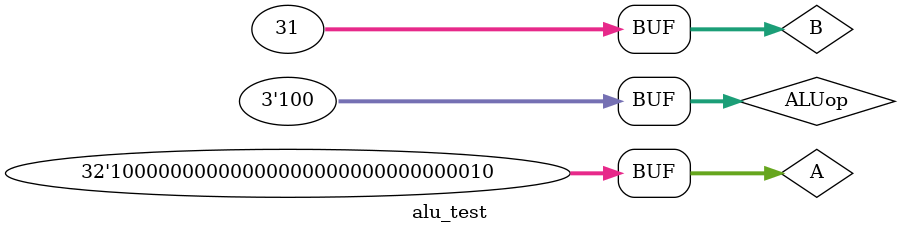
<source format=v>


`timescale 10ns / 1ns

`define DATA_WIDTH 32

module alu_test
();

	reg [`DATA_WIDTH - 1:0] A;
	reg [`DATA_WIDTH - 1:0] B;
	reg [2:0] ALUop;
	wire Overflow;
	wire CarryOut;
	wire Zero;
	wire [`DATA_WIDTH - 1:0] Result;

    
	initial
	begin
		A = 32'h80000002;
		B = 32'd31;
		ALUop = 3'b100;
	end

	alu u_alu(
		.A(A),
		.B(B),
		.ALUop(ALUop),
		.Overflow(Overflow),
		.CarryOut(CarryOut),
		.Zero(Zero),
		.Result(Result)
	);

endmodule

</source>
